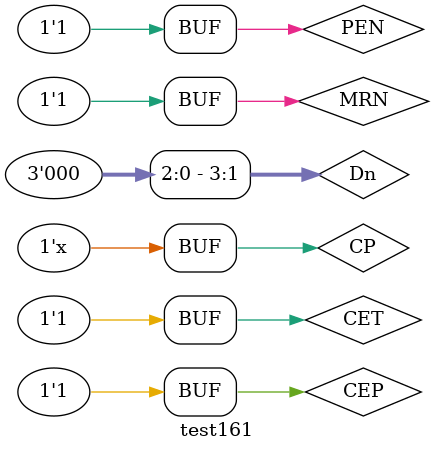
<source format=v>


`timescale 1ns/100ps

module test161;
reg CP,CEP,CET,MRN,PEN;
reg [3:0]Dn;
wire [3:0]Qn;
wire TC;

initial 
begin
CP=0;
end

parameter DELY=20;
always #(DELY/2)CP=~CP;
initial
begin
CEP=0;
repeat(20)
#20 CEP=1;
end

initial
begin
CET=0;
repeat(20)
#20 CET=1;
end

initial
begin
MRN=0;
repeat(20)
#20 MRN=1;
end

initial
begin
PEN=0;
repeat(20)
#20 PEN=1;
end

initial
begin
Dn=0;
repeat(20)
#20 Dn=$random;
end

hc161 u
(
.CP (CP),
.CEP (CEP),
.CET (CET),
.MRN (MRN),
.PEN (PEN),
.Dn (Dn),
.Qn (Qn),
.TC (TC) 
);
endmodule
</source>
